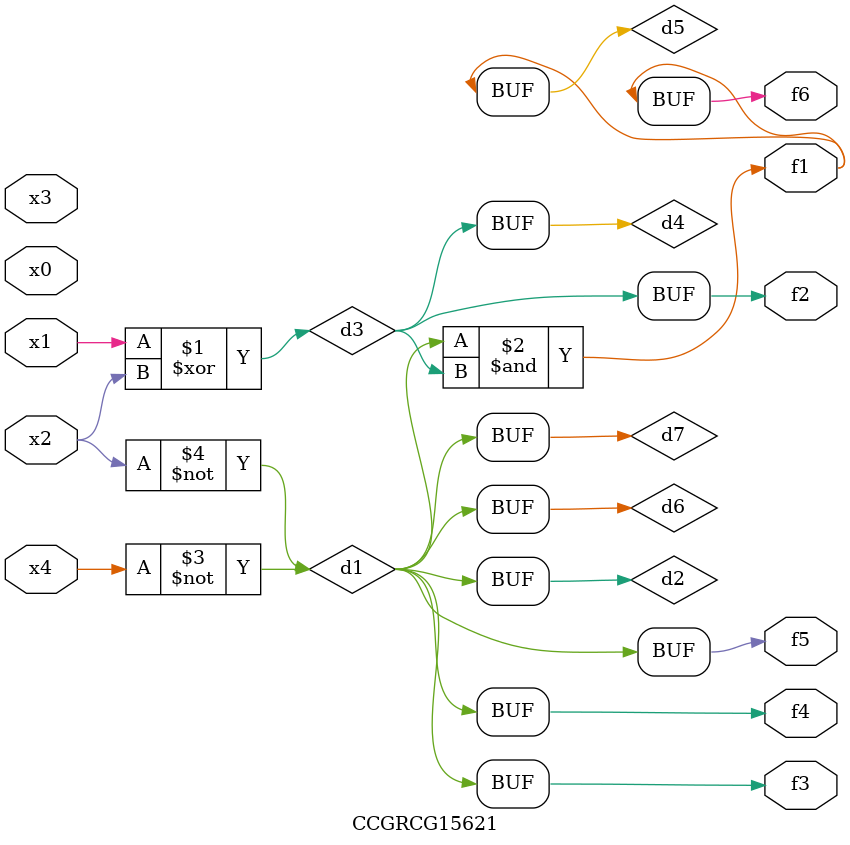
<source format=v>
module CCGRCG15621(
	input x0, x1, x2, x3, x4,
	output f1, f2, f3, f4, f5, f6
);

	wire d1, d2, d3, d4, d5, d6, d7;

	not (d1, x4);
	not (d2, x2);
	xor (d3, x1, x2);
	buf (d4, d3);
	and (d5, d1, d3);
	buf (d6, d1, d2);
	buf (d7, d2);
	assign f1 = d5;
	assign f2 = d4;
	assign f3 = d7;
	assign f4 = d7;
	assign f5 = d7;
	assign f6 = d5;
endmodule

</source>
